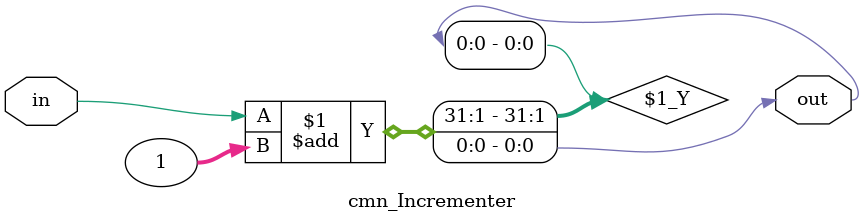
<source format=v>
module cmn_Incrementer (
	in,
	out
);
	parameter p_nbits = 1;
	parameter p_inc_value = 1;
	input wire [p_nbits - 1:0] in;
	output wire [p_nbits - 1:0] out;
	assign out = in + p_inc_value;
endmodule

</source>
